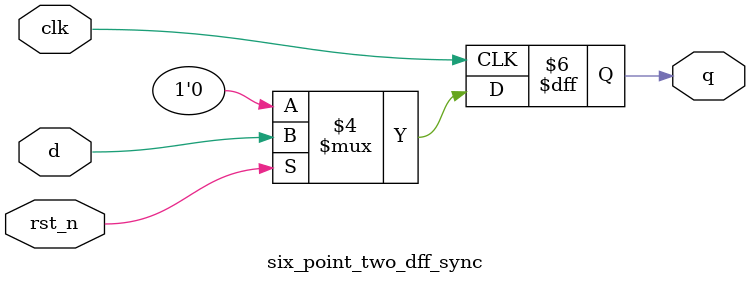
<source format=v>
module six_point_two_dff_sync ( 
    input clk, rst_n, 
    input d, 
    output reg q 
); 
    always@(posedge clk) begin  //同步复位 
        if(!rst_n) q <= 0; 
        else        
            q <= d; 
    end 
endmodule 
</source>
